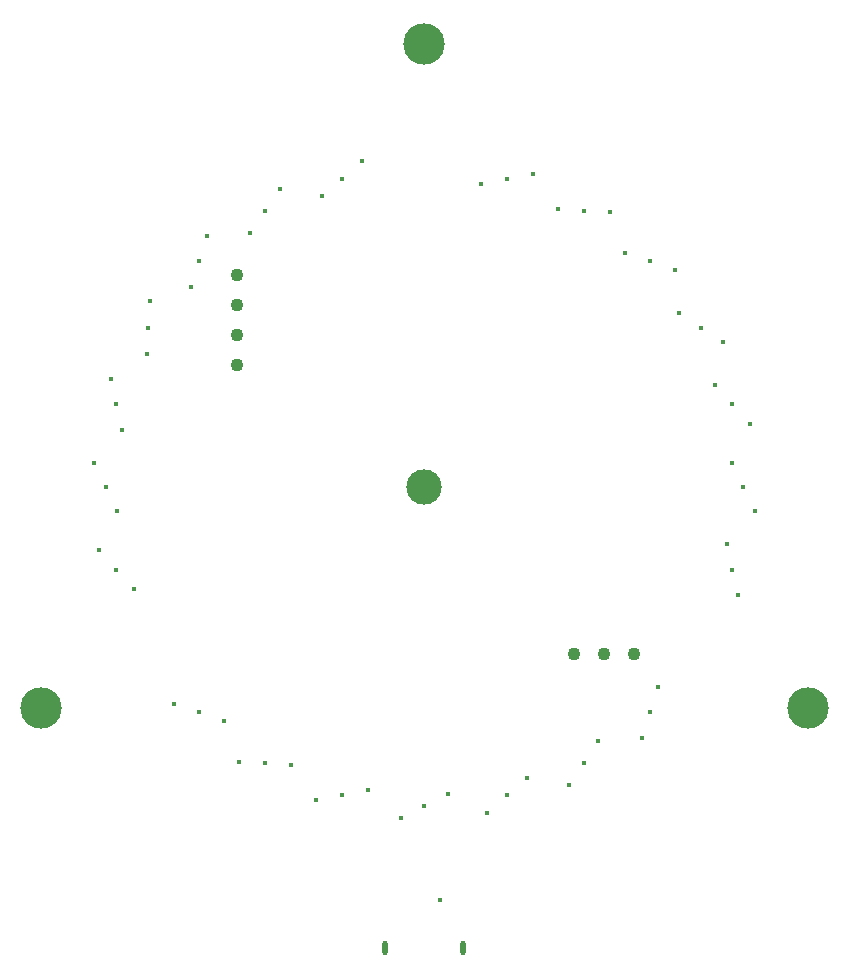
<source format=gbr>
%TF.GenerationSoftware,Altium Limited,Altium Designer,21.0.9 (235)*%
G04 Layer_Color=0*
%FSLAX44Y44*%
%MOMM*%
%TF.SameCoordinates,5481C346-4989-4D35-A572-F3394CBA5BAB*%
%TF.FilePolarity,Positive*%
%TF.FileFunction,Plated,1,2,PTH,Drill*%
%TF.Part,Single*%
G01*
G75*
%TA.AperFunction,ComponentDrill*%
%ADD100O,0.5000X1.2000*%
%ADD101C,1.1000*%
%ADD102C,3.0000*%
%ADD103C,1.1000*%
%ADD104C,3.5000*%
%ADD105C,3.5000*%
%ADD106C,3.5000*%
%TA.AperFunction,ViaDrill,NotFilled*%
%ADD107C,0.4000*%
D100*
X33000Y-390000D02*
D03*
X-33000D02*
D03*
D101*
X177038Y-141478D02*
D03*
X151638Y-141478D02*
D03*
X126238Y-141478D02*
D03*
D102*
X0Y0D02*
D03*
D103*
X-158750Y179324D02*
D03*
X-158750Y103124D02*
D03*
X-158750Y128524D02*
D03*
Y153924D02*
D03*
D104*
X324759Y-187500D02*
D03*
D105*
X0Y375000D02*
D03*
D106*
X-324759Y-187500D02*
D03*
D107*
X13000Y-350000D02*
D03*
X112679Y235166D02*
D03*
X135000Y233827D02*
D03*
X157320Y232487D02*
D03*
X256317Y-47974D02*
D03*
X260800Y-69881D02*
D03*
X265283Y-91788D02*
D03*
X197990Y-169705D02*
D03*
X190919Y-190919D02*
D03*
X183848Y-212132D02*
D03*
X147320Y-215166D02*
D03*
X135000Y-233827D02*
D03*
X122679Y-252487D02*
D03*
X20000Y-260000D02*
D03*
X0Y-270000D02*
D03*
X-20000Y-280000D02*
D03*
X-47974Y-256317D02*
D03*
X-69881Y-260800D02*
D03*
X-91788Y-265283D02*
D03*
X-112679Y-235166D02*
D03*
X-260000Y-20000D02*
D03*
X-270000Y0D02*
D03*
X-280000Y20000D02*
D03*
X-147320Y215166D02*
D03*
X-135000Y233827D02*
D03*
X-122679Y252487D02*
D03*
X-256317Y47974D02*
D03*
X-260800Y69881D02*
D03*
X-265283Y91788D02*
D03*
X-232487Y157320D02*
D03*
X-233827Y135000D02*
D03*
X-235166Y112679D02*
D03*
X-53151Y275635D02*
D03*
X-69881Y260800D02*
D03*
X-183848Y212132D02*
D03*
X-190919Y190919D02*
D03*
X-197990Y169705D02*
D03*
X-86611Y245964D02*
D03*
X91788Y265283D02*
D03*
X69881Y260800D02*
D03*
X47974Y256317D02*
D03*
X212132Y183848D02*
D03*
X190919Y190919D02*
D03*
X169705Y197990D02*
D03*
X252487Y122679D02*
D03*
X233827Y135000D02*
D03*
X215166Y147320D02*
D03*
X275635Y53151D02*
D03*
X260800Y69881D02*
D03*
X245964Y86611D02*
D03*
X280000Y-20000D02*
D03*
X270000Y0D02*
D03*
X260000Y20000D02*
D03*
X53151Y-275635D02*
D03*
X69881Y-260800D02*
D03*
X86611Y-245964D02*
D03*
X-157320Y-232487D02*
D03*
X-135000Y-233827D02*
D03*
X-212132Y-183848D02*
D03*
X-190919Y-190919D02*
D03*
X-169705Y-197990D02*
D03*
X-275635Y-53151D02*
D03*
X-260800Y-69881D02*
D03*
X-245964Y-86611D02*
D03*
%TF.MD5,e41acc5a56a50ac176c1767f975f3c67*%
M02*

</source>
